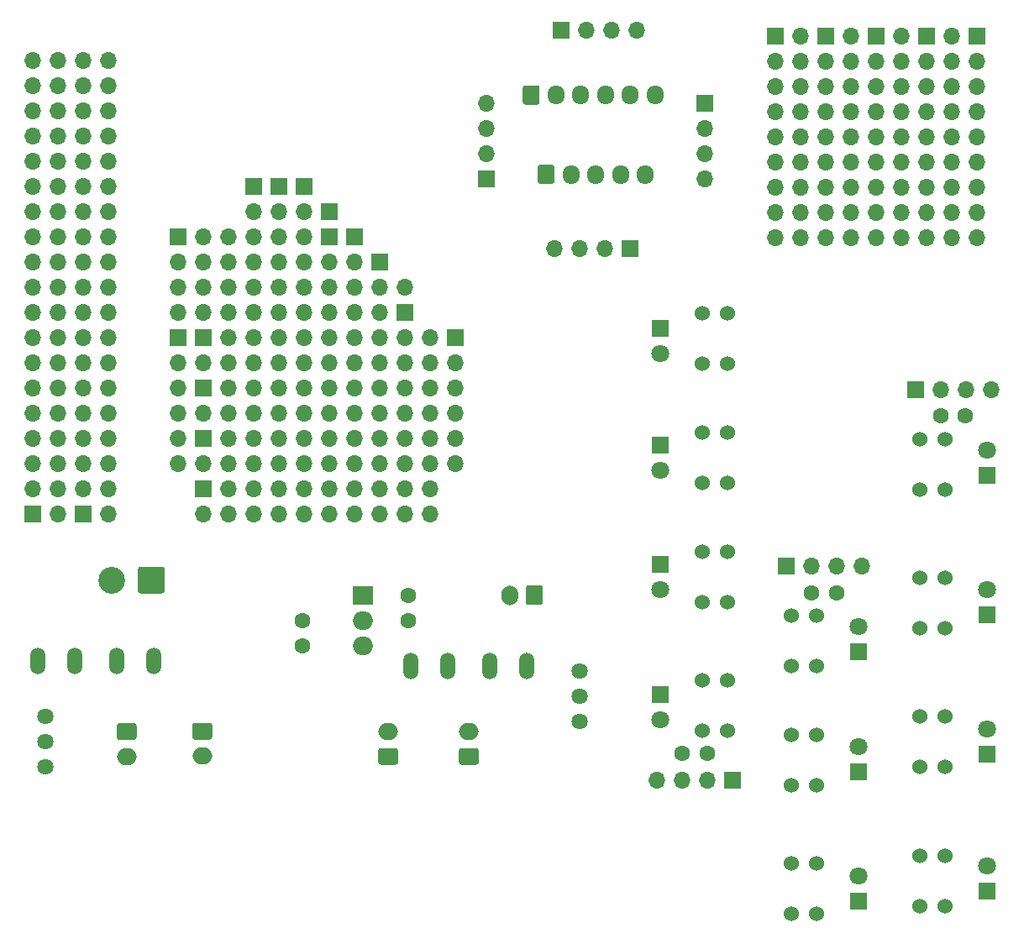
<source format=gts>
%TF.GenerationSoftware,KiCad,Pcbnew,(5.1.10)-1*%
%TF.CreationDate,2021-11-13T22:23:51+09:00*%
%TF.ProjectId,herakuresu.line,68657261-6b75-4726-9573-752e6c696e65,rev?*%
%TF.SameCoordinates,Original*%
%TF.FileFunction,Soldermask,Top*%
%TF.FilePolarity,Negative*%
%FSLAX46Y46*%
G04 Gerber Fmt 4.6, Leading zero omitted, Abs format (unit mm)*
G04 Created by KiCad (PCBNEW (5.1.10)-1) date 2021-11-13 22:23:51*
%MOMM*%
%LPD*%
G01*
G04 APERTURE LIST*
%ADD10O,1.700000X1.700000*%
%ADD11R,1.700000X1.700000*%
%ADD12C,1.600000*%
%ADD13R,1.800000X1.800000*%
%ADD14C,1.800000*%
%ADD15C,1.524000*%
%ADD16O,2.000000X1.700000*%
%ADD17C,1.635000*%
%ADD18R,2.000000X1.905000*%
%ADD19O,2.000000X1.905000*%
%ADD20O,1.500000X2.700000*%
%ADD21O,1.700000X2.000000*%
%ADD22C,2.700000*%
%ADD23O,1.700000X1.950000*%
G04 APERTURE END LIST*
D10*
%TO.C,REF\u002A\u002A*%
X186714985Y-78434968D03*
X186714985Y-75894968D03*
X186714985Y-73354968D03*
X186714985Y-70814968D03*
X186714985Y-68274968D03*
X186714985Y-65734968D03*
X186714985Y-63194968D03*
X186714985Y-60654968D03*
D11*
X186714985Y-58114968D03*
%TD*%
%TO.C,REF\u002A\u002A*%
X191794985Y-58114968D03*
D10*
X189254985Y-58114968D03*
X191794985Y-60654968D03*
X189254985Y-60654968D03*
X191794985Y-63194968D03*
X189254985Y-63194968D03*
X191794985Y-65734968D03*
X189254985Y-65734968D03*
X191794985Y-68274968D03*
X189254985Y-68274968D03*
X191794985Y-70814968D03*
X189254985Y-70814968D03*
X191794985Y-73354968D03*
X189254985Y-73354968D03*
X191794985Y-75894968D03*
X189254985Y-75894968D03*
X191794985Y-78434968D03*
X189254985Y-78434968D03*
%TD*%
D11*
%TO.C,REF\u002A\u002A*%
X196874985Y-58114968D03*
D10*
X194334985Y-58114968D03*
X196874985Y-60654968D03*
X194334985Y-60654968D03*
X196874985Y-63194968D03*
X194334985Y-63194968D03*
X196874985Y-65734968D03*
X194334985Y-65734968D03*
X196874985Y-68274968D03*
X194334985Y-68274968D03*
X196874985Y-70814968D03*
X194334985Y-70814968D03*
X196874985Y-73354968D03*
X194334985Y-73354968D03*
X196874985Y-75894968D03*
X194334985Y-75894968D03*
X196874985Y-78434968D03*
X194334985Y-78434968D03*
%TD*%
D11*
%TO.C,REF\u002A\u002A*%
X201954985Y-58114968D03*
D10*
X199414985Y-58114968D03*
X201954985Y-60654968D03*
X199414985Y-60654968D03*
X201954985Y-63194968D03*
X199414985Y-63194968D03*
X201954985Y-65734968D03*
X199414985Y-65734968D03*
X201954985Y-68274968D03*
X199414985Y-68274968D03*
X201954985Y-70814968D03*
X199414985Y-70814968D03*
X201954985Y-73354968D03*
X199414985Y-73354968D03*
X201954985Y-75894968D03*
X199414985Y-75894968D03*
X201954985Y-78434968D03*
X199414985Y-78434968D03*
%TD*%
%TO.C,REF\u002A\u002A*%
X204494985Y-78434968D03*
X207034985Y-78434968D03*
X204494985Y-75894968D03*
X207034985Y-75894968D03*
X204494985Y-73354968D03*
X207034985Y-73354968D03*
X204494985Y-70814968D03*
X207034985Y-70814968D03*
X204494985Y-68274968D03*
X207034985Y-68274968D03*
X204494985Y-65734968D03*
X207034985Y-65734968D03*
X204494985Y-63194968D03*
X207034985Y-63194968D03*
X204494985Y-60654968D03*
X207034985Y-60654968D03*
X204494985Y-58114968D03*
D11*
X207034985Y-58114968D03*
%TD*%
%TO.C,REF\u002A\u002A*%
X146769985Y-80904968D03*
%TD*%
%TO.C,REF\u002A\u002A*%
X141689985Y-75824968D03*
%TD*%
%TO.C,REF\u002A\u002A*%
X139149985Y-73284968D03*
D10*
X139149985Y-75824968D03*
%TD*%
D11*
%TO.C,REF\u002A\u002A*%
X136609985Y-73284968D03*
D10*
X136609985Y-75824968D03*
%TD*%
D11*
%TO.C,REF\u002A\u002A*%
X134069985Y-73284968D03*
D10*
X134069985Y-75824968D03*
%TD*%
D11*
%TO.C,REF\u002A\u002A*%
X144229985Y-78364968D03*
D10*
X144229985Y-80904968D03*
%TD*%
%TO.C,REF\u002A\u002A*%
X141689985Y-80904968D03*
D11*
X141689985Y-78364968D03*
%TD*%
D10*
%TO.C,REF\u002A\u002A*%
X154389985Y-101224968D03*
X154389985Y-98684968D03*
X154389985Y-96144968D03*
X154389985Y-93604968D03*
X154389985Y-91064968D03*
D11*
X154389985Y-88524968D03*
%TD*%
D10*
%TO.C,REF\u002A\u002A*%
X126449985Y-101224968D03*
X126449985Y-98684968D03*
X126449985Y-96144968D03*
X126449985Y-93604968D03*
X126449985Y-91064968D03*
D11*
X126449985Y-88524968D03*
%TD*%
D10*
%TO.C,REF\u002A\u002A*%
X139149985Y-80904968D03*
X139149985Y-78364968D03*
X136609985Y-80904968D03*
X136609985Y-78364968D03*
X134069985Y-80904968D03*
X134069985Y-78364968D03*
X131529985Y-80904968D03*
X131529985Y-78364968D03*
X128989985Y-80904968D03*
X128989985Y-78364968D03*
X126449985Y-80904968D03*
D11*
X126449985Y-78364968D03*
%TD*%
%TO.C,REF\u002A\u002A*%
X149309985Y-85984968D03*
D10*
X149309985Y-83444968D03*
X146769985Y-85984968D03*
X146769985Y-83444968D03*
X144229985Y-85984968D03*
X144229985Y-83444968D03*
X141689985Y-85984968D03*
X141689985Y-83444968D03*
X139149985Y-85984968D03*
X139149985Y-83444968D03*
X136609985Y-85984968D03*
X136609985Y-83444968D03*
X134069985Y-85984968D03*
X134069985Y-83444968D03*
X131529985Y-85984968D03*
X131529985Y-83444968D03*
X128989985Y-85984968D03*
X128989985Y-83444968D03*
X126449985Y-85984968D03*
X126449985Y-83444968D03*
%TD*%
D11*
%TO.C,REF\u002A\u002A*%
X128989985Y-88524968D03*
D10*
X128989985Y-91064968D03*
X131529985Y-88524968D03*
X131529985Y-91064968D03*
X134069985Y-88524968D03*
X134069985Y-91064968D03*
X136609985Y-88524968D03*
X136609985Y-91064968D03*
X139149985Y-88524968D03*
X139149985Y-91064968D03*
X141689985Y-88524968D03*
X141689985Y-91064968D03*
X144229985Y-88524968D03*
X144229985Y-91064968D03*
X146769985Y-88524968D03*
X146769985Y-91064968D03*
X149309985Y-88524968D03*
X149309985Y-91064968D03*
X151849985Y-88524968D03*
X151849985Y-91064968D03*
%TD*%
D11*
%TO.C,REF\u002A\u002A*%
X128989985Y-93604968D03*
D10*
X128989985Y-96144968D03*
X131529985Y-93604968D03*
X131529985Y-96144968D03*
X134069985Y-93604968D03*
X134069985Y-96144968D03*
X136609985Y-93604968D03*
X136609985Y-96144968D03*
X139149985Y-93604968D03*
X139149985Y-96144968D03*
X141689985Y-93604968D03*
X141689985Y-96144968D03*
X144229985Y-93604968D03*
X144229985Y-96144968D03*
X146769985Y-93604968D03*
X146769985Y-96144968D03*
X149309985Y-93604968D03*
X149309985Y-96144968D03*
X151849985Y-93604968D03*
X151849985Y-96144968D03*
%TD*%
D11*
%TO.C,REF\u002A\u002A*%
X128989985Y-98684968D03*
D10*
X128989985Y-101224968D03*
X131529985Y-98684968D03*
X131529985Y-101224968D03*
X134069985Y-98684968D03*
X134069985Y-101224968D03*
X136609985Y-98684968D03*
X136609985Y-101224968D03*
X139149985Y-98684968D03*
X139149985Y-101224968D03*
X141689985Y-98684968D03*
X141689985Y-101224968D03*
X144229985Y-98684968D03*
X144229985Y-101224968D03*
X146769985Y-98684968D03*
X146769985Y-101224968D03*
X149309985Y-98684968D03*
X149309985Y-101224968D03*
X151849985Y-98684968D03*
X151849985Y-101224968D03*
%TD*%
%TO.C,REF\u002A\u002A*%
X151849985Y-106304968D03*
X151849985Y-103764968D03*
X149309985Y-106304968D03*
X149309985Y-103764968D03*
X146769985Y-106304968D03*
X146769985Y-103764968D03*
X144229985Y-106304968D03*
X144229985Y-103764968D03*
X141689985Y-106304968D03*
X141689985Y-103764968D03*
X139149985Y-106304968D03*
X139149985Y-103764968D03*
X136609985Y-106304968D03*
X136609985Y-103764968D03*
X134069985Y-106304968D03*
X134069985Y-103764968D03*
X131529985Y-106304968D03*
X131529985Y-103764968D03*
X128989985Y-106304968D03*
D11*
X128989985Y-103764968D03*
%TD*%
D10*
%TO.C,REF\u002A\u002A*%
X119464985Y-60584968D03*
X116924985Y-60584968D03*
X119464985Y-63124968D03*
X116924985Y-63124968D03*
X119464985Y-65664968D03*
X116924985Y-65664968D03*
X119464985Y-68204968D03*
X116924985Y-68204968D03*
X119464985Y-70744968D03*
X116924985Y-70744968D03*
X119464985Y-73284968D03*
X116924985Y-73284968D03*
X119464985Y-75824968D03*
X116924985Y-75824968D03*
X119464985Y-78364968D03*
X116924985Y-78364968D03*
X119464985Y-80904968D03*
X116924985Y-80904968D03*
X119464985Y-83444968D03*
X116924985Y-83444968D03*
X119464985Y-85984968D03*
X116924985Y-85984968D03*
X119464985Y-88524968D03*
X116924985Y-88524968D03*
X119464985Y-91064968D03*
X116924985Y-91064968D03*
X119464985Y-93604968D03*
X116924985Y-93604968D03*
X119464985Y-96144968D03*
X116924985Y-96144968D03*
X119464985Y-98684968D03*
X116924985Y-98684968D03*
X119464985Y-101224968D03*
X116924985Y-101224968D03*
X119464985Y-103764968D03*
X116924985Y-103764968D03*
X119464985Y-106304968D03*
D11*
X116924985Y-106304968D03*
%TD*%
D10*
%TO.C,REF\u002A\u002A*%
X114384985Y-60584968D03*
X111844985Y-60584968D03*
X114384985Y-63124968D03*
X111844985Y-63124968D03*
X114384985Y-65664968D03*
X111844985Y-65664968D03*
X114384985Y-68204968D03*
X111844985Y-68204968D03*
X114384985Y-70744968D03*
X111844985Y-70744968D03*
X114384985Y-73284968D03*
X111844985Y-73284968D03*
X114384985Y-75824968D03*
X111844985Y-75824968D03*
X114384985Y-78364968D03*
X111844985Y-78364968D03*
X114384985Y-80904968D03*
X111844985Y-80904968D03*
X114384985Y-83444968D03*
X111844985Y-83444968D03*
X114384985Y-85984968D03*
X111844985Y-85984968D03*
X114384985Y-88524968D03*
X111844985Y-88524968D03*
X114384985Y-91064968D03*
X111844985Y-91064968D03*
X114384985Y-93604968D03*
X111844985Y-93604968D03*
X114384985Y-96144968D03*
X111844985Y-96144968D03*
X114384985Y-98684968D03*
X111844985Y-98684968D03*
X114384985Y-101224968D03*
X111844985Y-101224968D03*
X114384985Y-103764968D03*
X111844985Y-103764968D03*
X114384985Y-106304968D03*
D11*
X111844985Y-106304968D03*
%TD*%
D12*
%TO.C,C1*%
X179784986Y-130489664D03*
X177284986Y-130489664D03*
%TD*%
D13*
%TO.C,D1*%
X175094986Y-124494664D03*
D14*
X175094986Y-127034664D03*
%TD*%
D15*
%TO.C,U4*%
X179324986Y-91179664D03*
X181864986Y-91179664D03*
X181864986Y-86099664D03*
X179324986Y-86099664D03*
%TD*%
%TO.C,U2*%
X179324986Y-115179664D03*
X181864986Y-115179664D03*
X181864986Y-110099664D03*
X179324986Y-110099664D03*
%TD*%
%TO.C,U3*%
X179324986Y-103179664D03*
X181864986Y-103179664D03*
X181864986Y-98099664D03*
X179324986Y-98099664D03*
%TD*%
D13*
%TO.C,D2*%
X175094986Y-111429664D03*
D14*
X175094986Y-113969664D03*
%TD*%
D15*
%TO.C,U1*%
X179324986Y-128179664D03*
X181864986Y-128179664D03*
X181864986Y-123099664D03*
X179324986Y-123099664D03*
%TD*%
D13*
%TO.C,D4*%
X175094986Y-87569664D03*
D14*
X175094986Y-90109664D03*
%TD*%
D13*
%TO.C,D3*%
X175094986Y-99364664D03*
D14*
X175094986Y-101904664D03*
%TD*%
D11*
%TO.C,J1*%
X182324986Y-133164664D03*
D10*
X179784986Y-133164664D03*
X177244986Y-133164664D03*
X174704986Y-133164664D03*
%TD*%
D12*
%TO.C,C1*%
X190364985Y-114249968D03*
X192864985Y-114249968D03*
%TD*%
D13*
%TO.C,D1*%
X195054985Y-120244968D03*
D14*
X195054985Y-117704968D03*
%TD*%
D15*
%TO.C,U2*%
X190824985Y-128559968D03*
X188284985Y-128559968D03*
X188284985Y-133639968D03*
X190824985Y-133639968D03*
%TD*%
%TO.C,U3*%
X190824985Y-141559968D03*
X188284985Y-141559968D03*
X188284985Y-146639968D03*
X190824985Y-146639968D03*
%TD*%
D13*
%TO.C,D2*%
X195054985Y-132309968D03*
D14*
X195054985Y-129769968D03*
%TD*%
D15*
%TO.C,U1*%
X190824985Y-116559968D03*
X188284985Y-116559968D03*
X188284985Y-121639968D03*
X190824985Y-121639968D03*
%TD*%
D13*
%TO.C,D3*%
X195054985Y-145374968D03*
D14*
X195054985Y-142834968D03*
%TD*%
D11*
%TO.C,J1*%
X187824985Y-111574968D03*
D10*
X190364985Y-111574968D03*
X192904985Y-111574968D03*
X195444985Y-111574968D03*
%TD*%
D15*
%TO.C,U1*%
X203807493Y-103827484D03*
X201267493Y-103827484D03*
X201267493Y-98747484D03*
X203807493Y-98747484D03*
%TD*%
%TO.C,U2*%
X203807493Y-117827484D03*
X201267493Y-117827484D03*
X201267493Y-112747484D03*
X203807493Y-112747484D03*
%TD*%
%TO.C,U3*%
X203807493Y-131827484D03*
X201267493Y-131827484D03*
X201267493Y-126747484D03*
X203807493Y-126747484D03*
%TD*%
%TO.C,U4*%
X203807493Y-145827484D03*
X201267493Y-145827484D03*
X201267493Y-140747484D03*
X203807493Y-140747484D03*
%TD*%
D10*
%TO.C,J1*%
X208427493Y-93762484D03*
X205887493Y-93762484D03*
X203347493Y-93762484D03*
D11*
X200807493Y-93762484D03*
%TD*%
D14*
%TO.C,D4*%
X208037493Y-141817484D03*
D13*
X208037493Y-144357484D03*
%TD*%
D14*
%TO.C,D3*%
X208037493Y-128022484D03*
D13*
X208037493Y-130562484D03*
%TD*%
D14*
%TO.C,D2*%
X208037493Y-113957484D03*
D13*
X208037493Y-116497484D03*
%TD*%
D14*
%TO.C,D1*%
X208037493Y-99892484D03*
D13*
X208037493Y-102432484D03*
%TD*%
D12*
%TO.C,C1*%
X205847493Y-96437484D03*
X203347493Y-96437484D03*
%TD*%
%TO.C,C2*%
X149692499Y-117045651D03*
X149692499Y-114545651D03*
%TD*%
%TO.C,J8*%
G36*
G01*
X120554498Y-127411651D02*
X122054498Y-127411651D01*
G75*
G02*
X122304498Y-127661651I0J-250000D01*
G01*
X122304498Y-128861651D01*
G75*
G02*
X122054498Y-129111651I-250000J0D01*
G01*
X120554498Y-129111651D01*
G75*
G02*
X120304498Y-128861651I0J250000D01*
G01*
X120304498Y-127661651D01*
G75*
G02*
X120554498Y-127411651I250000J0D01*
G01*
G37*
D16*
X121304498Y-130761651D03*
%TD*%
D17*
%TO.C,SW1*%
X166964499Y-127205651D03*
X166964499Y-124665651D03*
X166964499Y-122125651D03*
%TD*%
%TO.C,J1*%
G36*
G01*
X148410499Y-131611651D02*
X146910499Y-131611651D01*
G75*
G02*
X146660499Y-131361651I0J250000D01*
G01*
X146660499Y-130161651D01*
G75*
G02*
X146910499Y-129911651I250000J0D01*
G01*
X148410499Y-129911651D01*
G75*
G02*
X148660499Y-130161651I0J-250000D01*
G01*
X148660499Y-131361651D01*
G75*
G02*
X148410499Y-131611651I-250000J0D01*
G01*
G37*
D16*
X147660499Y-128261651D03*
%TD*%
D18*
%TO.C,U7*%
X145120499Y-114505651D03*
D19*
X145120499Y-117045651D03*
X145120499Y-119585651D03*
%TD*%
D20*
%TO.C,F2*%
X124046499Y-121109651D03*
X120346499Y-121109651D03*
X116046499Y-121109651D03*
X112346499Y-121109651D03*
%TD*%
D17*
%TO.C,SW2*%
X113116499Y-131777651D03*
X113116499Y-129237651D03*
X113116499Y-126697651D03*
%TD*%
%TO.C,BT1*%
G36*
G01*
X163242499Y-113755651D02*
X163242499Y-115255651D01*
G75*
G02*
X162992499Y-115505651I-250000J0D01*
G01*
X161792499Y-115505651D01*
G75*
G02*
X161542499Y-115255651I0J250000D01*
G01*
X161542499Y-113755651D01*
G75*
G02*
X161792499Y-113505651I250000J0D01*
G01*
X162992499Y-113505651D01*
G75*
G02*
X163242499Y-113755651I0J-250000D01*
G01*
G37*
D21*
X159892499Y-114505651D03*
%TD*%
%TO.C,J11*%
G36*
G01*
X128174498Y-127371651D02*
X129674498Y-127371651D01*
G75*
G02*
X129924498Y-127621651I0J-250000D01*
G01*
X129924498Y-128821651D01*
G75*
G02*
X129674498Y-129071651I-250000J0D01*
G01*
X128174498Y-129071651D01*
G75*
G02*
X127924498Y-128821651I0J250000D01*
G01*
X127924498Y-127621651D01*
G75*
G02*
X128174498Y-127371651I250000J0D01*
G01*
G37*
D16*
X128924498Y-130721651D03*
%TD*%
%TO.C,BT2*%
G36*
G01*
X125134499Y-111881652D02*
X125134499Y-114081650D01*
G75*
G02*
X124884498Y-114331651I-250001J0D01*
G01*
X122684500Y-114331651D01*
G75*
G02*
X122434499Y-114081650I0J250001D01*
G01*
X122434499Y-111881652D01*
G75*
G02*
X122684500Y-111631651I250001J0D01*
G01*
X124884498Y-111631651D01*
G75*
G02*
X125134499Y-111881652I0J-250001D01*
G01*
G37*
D22*
X119824499Y-112981651D03*
%TD*%
%TO.C,J2*%
G36*
G01*
X156538499Y-131611651D02*
X155038499Y-131611651D01*
G75*
G02*
X154788499Y-131361651I0J250000D01*
G01*
X154788499Y-130161651D01*
G75*
G02*
X155038499Y-129911651I250000J0D01*
G01*
X156538499Y-129911651D01*
G75*
G02*
X156788499Y-130161651I0J-250000D01*
G01*
X156788499Y-131361651D01*
G75*
G02*
X156538499Y-131611651I-250000J0D01*
G01*
G37*
D16*
X155788499Y-128261651D03*
%TD*%
D12*
%TO.C,C1*%
X139024499Y-119585651D03*
X139024499Y-117085651D03*
%TD*%
D20*
%TO.C,F1*%
X149938499Y-121617651D03*
X153638499Y-121617651D03*
X157938499Y-121617651D03*
X161638499Y-121617651D03*
%TD*%
D11*
%TO.C,J1*%
X157574985Y-72574967D03*
D10*
X157574985Y-70034967D03*
X157574985Y-67494967D03*
X157574985Y-64954967D03*
%TD*%
D11*
%TO.C,J4*%
X179574985Y-64954967D03*
D10*
X179574985Y-67494967D03*
X179574985Y-70034967D03*
X179574985Y-72574967D03*
%TD*%
%TO.C,J5*%
G36*
G01*
X162724985Y-72799967D02*
X162724985Y-71349967D01*
G75*
G02*
X162974985Y-71099967I250000J0D01*
G01*
X164174985Y-71099967D01*
G75*
G02*
X164424985Y-71349967I0J-250000D01*
G01*
X164424985Y-72799967D01*
G75*
G02*
X164174985Y-73049967I-250000J0D01*
G01*
X162974985Y-73049967D01*
G75*
G02*
X162724985Y-72799967I0J250000D01*
G01*
G37*
D23*
X166074985Y-72074967D03*
X168574985Y-72074967D03*
X171074985Y-72074967D03*
X173574985Y-72074967D03*
%TD*%
D11*
%TO.C,J6*%
X172074985Y-79574967D03*
D10*
X169534985Y-79574967D03*
X166994985Y-79574967D03*
X164454985Y-79574967D03*
%TD*%
%TO.C,J2*%
G36*
G01*
X161224985Y-64799967D02*
X161224985Y-63349967D01*
G75*
G02*
X161474985Y-63099967I250000J0D01*
G01*
X162674985Y-63099967D01*
G75*
G02*
X162924985Y-63349967I0J-250000D01*
G01*
X162924985Y-64799967D01*
G75*
G02*
X162674985Y-65049967I-250000J0D01*
G01*
X161474985Y-65049967D01*
G75*
G02*
X161224985Y-64799967I0J250000D01*
G01*
G37*
D23*
X164574985Y-64074967D03*
X167074985Y-64074967D03*
X169574985Y-64074967D03*
X172074985Y-64074967D03*
X174574985Y-64074967D03*
%TD*%
D11*
%TO.C,J3*%
X165074985Y-57574967D03*
D10*
X167614985Y-57574967D03*
X170154985Y-57574967D03*
X172694985Y-57574967D03*
%TD*%
M02*

</source>
